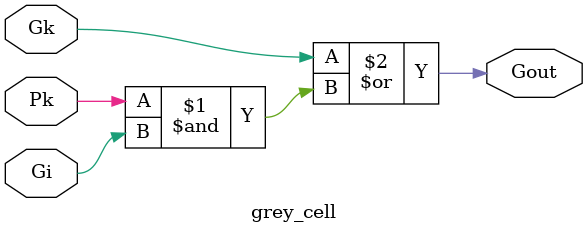
<source format=v>
module kogge_stone_adder #(parameter N = 8)(
    input  wire CLOCK_50,
    input  [N-1:0] A,
    input  [N-1:0] B,
    input  Cin,
    output [N-1:0] Sum,
    output Cout
);

    localparam L = $clog2(N);   // Número de níveis da árvore

    // 1) Generate e Propagate iniciais
    wire [N-1:0] G, P;
    assign G = A & B;
    assign P = A ^ B;

    // 2) Prefixos por nível (compatível com síntese)
    wire [N-1:0] G_level [0:L];
    wire [N-1:0] P_level [0:L];

    // 3) Nível 0 da árvore
    genvar i;
    generate
        for(i = 0; i < N; i = i + 1) begin : LEVEL0
            assign G_level[0][i] = G[i];
            assign P_level[0][i] = P[i];
        end
    endgenerate

    // 4) Construindo a árvore de prefixo
    genvar level;
    generate
        for(level = 1; level <= L; level = level + 1) begin : PREFIX_LEVEL
            for(i = 0; i < N; i = i + 1) begin : CELLS
                if(i >= 2**(level-1)) begin
                    black_cell bc (
                        .Gk(G_level[level-1][i]),
                        .Pk(P_level[level-1][i]),
                        .Gi(G_level[level-1][i - 2**(level-1)]),
                        .Pi(P_level[level-1][i - 2**(level-1)]),
                        .Gout(G_level[level][i]),
                        .Pout(P_level[level][i])
                    );
                end else begin
                    assign G_level[level][i] = G_level[level-1][i];
                    assign P_level[level][i] = P_level[level-1][i];
                end
            end
        end
    endgenerate

    // 5) Calculando os carries usando Grey Cells
    wire [N-1:0] C;
    assign C[0] = G_level[L][0] | (P_level[L][0] & Cin);

    generate
        for(i = 1; i < N; i = i + 1) begin : FINAL_CARRY
            grey_cell gc (
                .Gk(G_level[L][i]),
                .Pk(P_level[L][i]),
                .Gi(C[i-1]),
                .Gout(C[i])
            );
        end
    endgenerate

    // 6) Soma final
    generate
        for(i = 0; i < N; i = i + 1) begin : SUM_BITS
            assign Sum[i] = P[i] ^ ((i==0) ? Cin : C[i-1]);
        end
    endgenerate

    assign Cout = C[N-1];

endmodule

// Black cell: calcula G_out e P_out
module black_cell(
    input  Gk, Pk, Gi, Pi,
    output Gout, Pout
);
    assign Gout = Gk | (Pk & Gi);
    assign Pout = Pk & Pi;
endmodule

// Grey cell: calcula apenas carry
module grey_cell(
    input  Gk, Pk, Gi,
    output Gout
);
    assign Gout = Gk | (Pk & Gi);
endmodule

</source>
